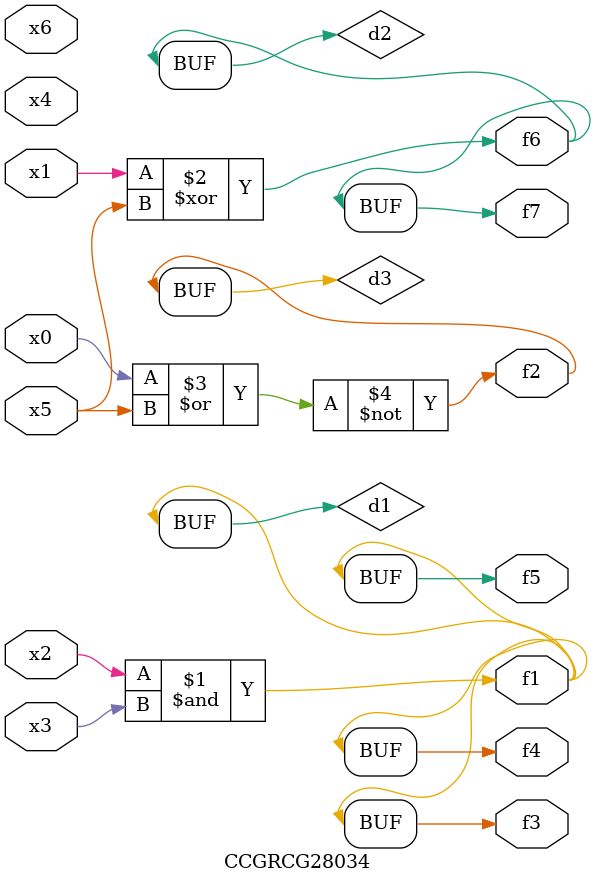
<source format=v>
module CCGRCG28034(
	input x0, x1, x2, x3, x4, x5, x6,
	output f1, f2, f3, f4, f5, f6, f7
);

	wire d1, d2, d3;

	and (d1, x2, x3);
	xor (d2, x1, x5);
	nor (d3, x0, x5);
	assign f1 = d1;
	assign f2 = d3;
	assign f3 = d1;
	assign f4 = d1;
	assign f5 = d1;
	assign f6 = d2;
	assign f7 = d2;
endmodule

</source>
